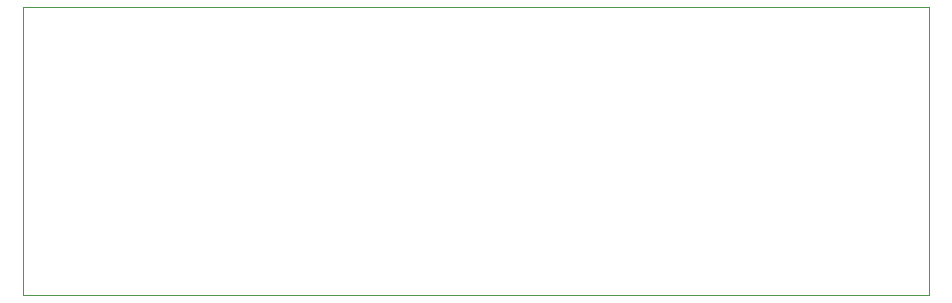
<source format=gm1>
%TF.GenerationSoftware,KiCad,Pcbnew,(5.1.12)-1*%
%TF.CreationDate,2023-01-17T22:16:04+01:00*%
%TF.ProjectId,Connectors,436f6e6e-6563-4746-9f72-732e6b696361,rev?*%
%TF.SameCoordinates,PX7065700PY5b33698*%
%TF.FileFunction,Profile,NP*%
%FSLAX46Y46*%
G04 Gerber Fmt 4.6, Leading zero omitted, Abs format (unit mm)*
G04 Created by KiCad (PCBNEW (5.1.12)-1) date 2023-01-17 22:16:04*
%MOMM*%
%LPD*%
G01*
G04 APERTURE LIST*
%TA.AperFunction,Profile*%
%ADD10C,0.050000*%
%TD*%
G04 APERTURE END LIST*
D10*
X76708000Y24384000D02*
X0Y24384000D01*
X76708000Y24384000D02*
X76708000Y0D01*
X76708000Y0D02*
X0Y0D01*
X0Y0D02*
X0Y24384000D01*
M02*

</source>
